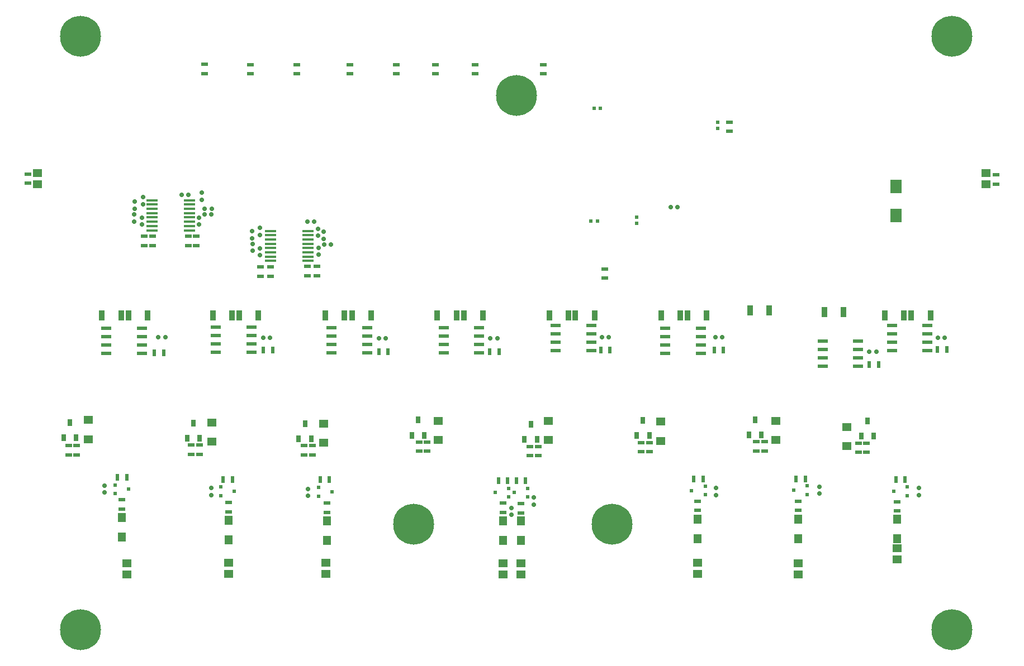
<source format=gbr>
%TF.GenerationSoftware,Altium Limited,Altium Designer,23.11.1 (41)*%
G04 Layer_Color=128*
%FSLAX45Y45*%
%MOMM*%
%TF.SameCoordinates,42F4153E-1698-40C0-8701-72EE62771F10*%
%TF.FilePolarity,Positive*%
%TF.FileFunction,Paste,Bot*%
%TF.Part,Single*%
G01*
G75*
%TA.AperFunction,SMDPad,CuDef*%
%ADD12R,0.60000X1.00000*%
%ADD14R,0.58000X0.55000*%
%ADD17R,1.00000X0.60000*%
G04:AMPARAMS|DCode=24|XSize=0.63mm|YSize=0.61mm|CornerRadius=0.14945mm|HoleSize=0mm|Usage=FLASHONLY|Rotation=0.000|XOffset=0mm|YOffset=0mm|HoleType=Round|Shape=RoundedRectangle|*
%AMROUNDEDRECTD24*
21,1,0.63000,0.31110,0,0,0.0*
21,1,0.33110,0.61000,0,0,0.0*
1,1,0.29890,0.16555,-0.15555*
1,1,0.29890,-0.16555,-0.15555*
1,1,0.29890,-0.16555,0.15555*
1,1,0.29890,0.16555,0.15555*
%
%ADD24ROUNDEDRECTD24*%
%ADD28R,0.55000X0.58000*%
G04:AMPARAMS|DCode=29|XSize=0.63mm|YSize=0.61mm|CornerRadius=0.14945mm|HoleSize=0mm|Usage=FLASHONLY|Rotation=270.000|XOffset=0mm|YOffset=0mm|HoleType=Round|Shape=RoundedRectangle|*
%AMROUNDEDRECTD29*
21,1,0.63000,0.31110,0,0,270.0*
21,1,0.33110,0.61000,0,0,270.0*
1,1,0.29890,-0.15555,-0.16555*
1,1,0.29890,-0.15555,0.16555*
1,1,0.29890,0.15555,0.16555*
1,1,0.29890,0.15555,-0.16555*
%
%ADD29ROUNDEDRECTD29*%
%ADD30R,0.58000X0.50000*%
%ADD45R,0.90000X1.60000*%
%TA.AperFunction,ComponentPad*%
%ADD73C,6.20000*%
%TA.AperFunction,SMDPad,CuDef*%
%ADD88R,1.80000X2.10000*%
%ADD92R,1.40000X1.20000*%
%ADD93R,1.65543X0.38077*%
%ADD94R,1.60000X0.61000*%
%ADD95R,1.40000X1.30000*%
%ADD96R,0.80000X1.00000*%
%ADD97R,1.20000X1.35000*%
D12*
X15020000Y4750000D02*
D03*
X14880000D02*
D03*
X13989999Y4520000D02*
D03*
X13850000D02*
D03*
X11640000Y4740000D02*
D03*
X11500000D02*
D03*
X9920000D02*
D03*
X9780000D02*
D03*
X6560000Y4720000D02*
D03*
X6420000D02*
D03*
X4810000Y4740000D02*
D03*
X4670000D02*
D03*
X3160000Y4700000D02*
D03*
X3020000D02*
D03*
X14250000Y2780000D02*
D03*
X14389999D02*
D03*
X12740000Y2790000D02*
D03*
X12880000D02*
D03*
X11190000D02*
D03*
X11330000D02*
D03*
X8500000Y2760000D02*
D03*
X8640000D02*
D03*
X8230000D02*
D03*
X8370000D02*
D03*
X8240000Y4720000D02*
D03*
X8100000D02*
D03*
X5670000Y2780000D02*
D03*
X5530000D02*
D03*
X2600000Y2810000D02*
D03*
X2460000D02*
D03*
X4200000Y2780000D02*
D03*
X4060000D02*
D03*
D14*
X11550000Y8197500D02*
D03*
Y8102500D02*
D03*
X10325000Y6662500D02*
D03*
Y6757500D02*
D03*
D17*
X3780000Y8935000D02*
D03*
Y9075000D02*
D03*
X4475000Y8930000D02*
D03*
Y9070000D02*
D03*
X5180022Y8930002D02*
D03*
Y9070002D02*
D03*
X5980022Y8930002D02*
D03*
Y9070002D02*
D03*
X6680023Y8930002D02*
D03*
Y9070002D02*
D03*
X7280023Y8930002D02*
D03*
Y9070002D02*
D03*
X7880023Y8930002D02*
D03*
Y9070002D02*
D03*
X8910023Y8930002D02*
D03*
Y9070002D02*
D03*
X15770000Y7260000D02*
D03*
Y7400000D02*
D03*
X11730000Y8060000D02*
D03*
Y8200000D02*
D03*
X1100000Y7270000D02*
D03*
Y7410000D02*
D03*
X3535000Y6325001D02*
D03*
Y6465001D02*
D03*
X3655000Y6325001D02*
D03*
Y6465001D02*
D03*
X2865000Y6465000D02*
D03*
Y6325000D02*
D03*
X4780000Y5860000D02*
D03*
Y6000000D02*
D03*
X4630000D02*
D03*
Y5860000D02*
D03*
X5480000Y5870000D02*
D03*
Y6010000D02*
D03*
X5340000Y5870000D02*
D03*
Y6010000D02*
D03*
X9839999Y5970000D02*
D03*
Y5830000D02*
D03*
X13805000Y3190000D02*
D03*
Y3330000D02*
D03*
X13685001Y3190000D02*
D03*
Y3330000D02*
D03*
X14270000Y2300000D02*
D03*
Y2440000D02*
D03*
X12770000Y2310000D02*
D03*
Y2450000D02*
D03*
X12140000Y3210000D02*
D03*
Y3350000D02*
D03*
X12260000Y3210000D02*
D03*
Y3350000D02*
D03*
X11250000Y2310000D02*
D03*
Y2450000D02*
D03*
X10520000Y3200000D02*
D03*
Y3340000D02*
D03*
X10390000Y3200000D02*
D03*
Y3340000D02*
D03*
X8830000Y3140000D02*
D03*
Y3280000D02*
D03*
X8710000Y3140000D02*
D03*
Y3280000D02*
D03*
X8570000Y2270000D02*
D03*
Y2410000D02*
D03*
X8300000Y2280000D02*
D03*
Y2420000D02*
D03*
X7152500Y3205000D02*
D03*
Y3345000D02*
D03*
X7032500Y3205000D02*
D03*
Y3345000D02*
D03*
X5410000Y3150000D02*
D03*
Y3290000D02*
D03*
X5290000Y3150000D02*
D03*
Y3290000D02*
D03*
X5630000Y2280000D02*
D03*
Y2420000D02*
D03*
X3700000Y3160000D02*
D03*
Y3300000D02*
D03*
X3580000Y3160000D02*
D03*
Y3300000D02*
D03*
X1720000Y3150000D02*
D03*
Y3290000D02*
D03*
X1840000Y3150000D02*
D03*
Y3290000D02*
D03*
X4140000Y2290000D02*
D03*
Y2430000D02*
D03*
X2995000Y6325001D02*
D03*
Y6465001D02*
D03*
X2530000Y2470000D02*
D03*
Y2330000D02*
D03*
D24*
X3777500Y6795000D02*
D03*
X3882500D02*
D03*
X3782500Y6880000D02*
D03*
X3887500D02*
D03*
X3537500Y7095000D02*
D03*
X3432500D02*
D03*
X5442500Y6690000D02*
D03*
X5337500D02*
D03*
X5692500Y6345000D02*
D03*
X5587500D02*
D03*
X10837500Y6910000D02*
D03*
X10942500D02*
D03*
X13952499Y4720000D02*
D03*
X13847501D02*
D03*
X11622500Y4940000D02*
D03*
X11517500D02*
D03*
X9902500D02*
D03*
X9797500D02*
D03*
X6522500Y4920000D02*
D03*
X6417500D02*
D03*
X4772500Y4930000D02*
D03*
X4667500D02*
D03*
X3185000Y4940000D02*
D03*
X3080000D02*
D03*
X8212500Y4920000D02*
D03*
X8107500D02*
D03*
X14887500Y4930000D02*
D03*
X14992500D02*
D03*
D28*
X9777500Y8410000D02*
D03*
X9682500D02*
D03*
X9632500Y6700000D02*
D03*
X9727500D02*
D03*
D29*
X3695000Y6747500D02*
D03*
Y6642500D02*
D03*
X3740000Y7022500D02*
D03*
Y7127500D02*
D03*
X2845000Y6952500D02*
D03*
Y7057500D02*
D03*
X2720000Y6887500D02*
D03*
Y6992500D02*
D03*
X2715000Y6797500D02*
D03*
Y6692500D02*
D03*
X2835000Y6747500D02*
D03*
Y6642500D02*
D03*
X5500000Y6582501D02*
D03*
Y6477500D02*
D03*
X5580000Y6532501D02*
D03*
Y6427500D02*
D03*
X5510000Y6292500D02*
D03*
Y6187500D02*
D03*
X4620000Y6592501D02*
D03*
Y6487500D02*
D03*
X4500000Y6542500D02*
D03*
Y6437500D02*
D03*
X4505000Y6247500D02*
D03*
Y6352500D02*
D03*
X4620000Y6177500D02*
D03*
Y6282500D02*
D03*
X14600000Y2647500D02*
D03*
Y2542500D02*
D03*
X13095000Y2667500D02*
D03*
Y2562500D02*
D03*
X11525000Y2647500D02*
D03*
Y2542500D02*
D03*
X8770000Y2397500D02*
D03*
Y2502500D02*
D03*
X8430000Y2239999D02*
D03*
Y2345000D02*
D03*
X5346982Y2527593D02*
D03*
Y2632594D02*
D03*
X2265000Y2582500D02*
D03*
Y2687500D02*
D03*
X3885000Y2542500D02*
D03*
Y2647500D02*
D03*
D30*
X14217999Y2600000D02*
D03*
X14422000Y2535000D02*
D03*
Y2665000D02*
D03*
X12706000Y2615000D02*
D03*
X12910001Y2550000D02*
D03*
Y2680000D02*
D03*
X11158000Y2610000D02*
D03*
X11362000Y2545000D02*
D03*
Y2675000D02*
D03*
X8468000Y2580000D02*
D03*
X8672000Y2515000D02*
D03*
Y2645000D02*
D03*
X8178000Y2580000D02*
D03*
X8382000Y2515000D02*
D03*
Y2645000D02*
D03*
X5710000Y2590000D02*
D03*
X5506000Y2655000D02*
D03*
Y2525000D02*
D03*
X2632000Y2630000D02*
D03*
X2428000Y2695000D02*
D03*
Y2565000D02*
D03*
X4232000Y2600000D02*
D03*
X4028000Y2665000D02*
D03*
Y2535000D02*
D03*
D45*
X14085001Y5270000D02*
D03*
X14375000D02*
D03*
X14774998D02*
D03*
X14485001D02*
D03*
X13455000Y5320000D02*
D03*
X13164999D02*
D03*
X12045001Y5340000D02*
D03*
X12335000D02*
D03*
X10985000Y5270000D02*
D03*
X10695000D02*
D03*
X11095000D02*
D03*
X11385000D02*
D03*
X9295000D02*
D03*
X9005001D02*
D03*
X9395000D02*
D03*
X9684999D02*
D03*
X7705000D02*
D03*
X7994999D02*
D03*
X7595000D02*
D03*
X7305000D02*
D03*
X5895000D02*
D03*
X5605000D02*
D03*
X6015000D02*
D03*
X6305000D02*
D03*
X4195000D02*
D03*
X3905001D02*
D03*
X4305000D02*
D03*
X4594999D02*
D03*
X2515000D02*
D03*
X2225001D02*
D03*
X2625000D02*
D03*
X2915000D02*
D03*
D73*
X9950000Y2100000D02*
D03*
X6950000D02*
D03*
X1900000Y500000D02*
D03*
X8500000Y8600000D02*
D03*
X15100000Y500000D02*
D03*
X1900000Y9500000D02*
D03*
X15100000D02*
D03*
D88*
X14250000Y7220000D02*
D03*
Y6780000D02*
D03*
D92*
X15620000Y7425000D02*
D03*
Y7255000D02*
D03*
X1250000Y7425000D02*
D03*
Y7255000D02*
D03*
X2600000Y1335000D02*
D03*
Y1505000D02*
D03*
X4140000Y1345000D02*
D03*
Y1515000D02*
D03*
X5620000Y1345000D02*
D03*
Y1515000D02*
D03*
X8570000Y1335000D02*
D03*
Y1505000D02*
D03*
X8300000Y1335000D02*
D03*
Y1505000D02*
D03*
X11250000Y1345000D02*
D03*
Y1515000D02*
D03*
X12770000Y1335000D02*
D03*
Y1505000D02*
D03*
X14270000Y1565000D02*
D03*
Y1735000D02*
D03*
D93*
X2982462Y6557501D02*
D03*
Y6622501D02*
D03*
Y6687501D02*
D03*
Y6752501D02*
D03*
Y6817501D02*
D03*
Y6882501D02*
D03*
Y6947501D02*
D03*
Y7012501D02*
D03*
X3547538D02*
D03*
Y6947501D02*
D03*
Y6882501D02*
D03*
Y6817501D02*
D03*
Y6752501D02*
D03*
Y6687501D02*
D03*
Y6622501D02*
D03*
Y6557501D02*
D03*
X4777462Y6092500D02*
D03*
Y6157500D02*
D03*
Y6222500D02*
D03*
Y6287500D02*
D03*
Y6352500D02*
D03*
Y6417500D02*
D03*
Y6482500D02*
D03*
Y6547500D02*
D03*
X5342539D02*
D03*
Y6482500D02*
D03*
Y6417500D02*
D03*
Y6352500D02*
D03*
Y6287500D02*
D03*
Y6222500D02*
D03*
Y6157500D02*
D03*
Y6092500D02*
D03*
D94*
X13680000Y4880500D02*
D03*
Y4753500D02*
D03*
Y4626500D02*
D03*
Y4499500D02*
D03*
X13139999Y4880500D02*
D03*
Y4753500D02*
D03*
Y4626500D02*
D03*
Y4499500D02*
D03*
X14730000Y5110500D02*
D03*
Y4983500D02*
D03*
Y4856500D02*
D03*
Y4729500D02*
D03*
X14189999Y5110500D02*
D03*
Y4983500D02*
D03*
Y4856500D02*
D03*
Y4729500D02*
D03*
X11300000Y5070500D02*
D03*
Y4943500D02*
D03*
Y4816500D02*
D03*
Y4689500D02*
D03*
X10760000Y5070500D02*
D03*
Y4943500D02*
D03*
Y4816500D02*
D03*
Y4689500D02*
D03*
X9640000Y5110500D02*
D03*
Y4983500D02*
D03*
Y4856500D02*
D03*
Y4729500D02*
D03*
X9100000Y5110500D02*
D03*
Y4983500D02*
D03*
Y4856500D02*
D03*
Y4729500D02*
D03*
X6240000Y5080500D02*
D03*
Y4953500D02*
D03*
Y4826500D02*
D03*
Y4699500D02*
D03*
X5700000Y5080500D02*
D03*
Y4953500D02*
D03*
Y4826500D02*
D03*
Y4699500D02*
D03*
X4490000Y5090500D02*
D03*
Y4963500D02*
D03*
Y4836500D02*
D03*
Y4709500D02*
D03*
X3950000Y5090500D02*
D03*
Y4963500D02*
D03*
Y4836500D02*
D03*
Y4709500D02*
D03*
X2830000Y5070500D02*
D03*
Y4943500D02*
D03*
Y4816500D02*
D03*
Y4689500D02*
D03*
X2290000Y5070500D02*
D03*
Y4943500D02*
D03*
Y4816500D02*
D03*
Y4689500D02*
D03*
X7940000Y5080500D02*
D03*
Y4953500D02*
D03*
Y4826500D02*
D03*
Y4699500D02*
D03*
X7400000Y5080500D02*
D03*
Y4953500D02*
D03*
Y4826500D02*
D03*
Y4699500D02*
D03*
D95*
X13510001Y3575000D02*
D03*
Y3285000D02*
D03*
X12430000Y3665000D02*
D03*
Y3375000D02*
D03*
X5580000Y3625000D02*
D03*
Y3335000D02*
D03*
X3890000Y3645000D02*
D03*
Y3355000D02*
D03*
X2020000Y3680000D02*
D03*
Y3390000D02*
D03*
X7322501Y3380000D02*
D03*
Y3670000D02*
D03*
X10690000Y3365000D02*
D03*
Y3655000D02*
D03*
X8990000Y3375000D02*
D03*
Y3665000D02*
D03*
D96*
X13820000Y3665000D02*
D03*
X13725000Y3435000D02*
D03*
X13914999D02*
D03*
X12120000Y3685000D02*
D03*
X12025000Y3455000D02*
D03*
X12215000D02*
D03*
X10420000Y3675000D02*
D03*
X10325000Y3445000D02*
D03*
X10515000D02*
D03*
X8720000Y3615000D02*
D03*
X8625000Y3385000D02*
D03*
X8815000D02*
D03*
X7015000Y3680000D02*
D03*
X6920000Y3450000D02*
D03*
X7110000D02*
D03*
X5300000Y3625000D02*
D03*
X5205000Y3395000D02*
D03*
X5395000D02*
D03*
X3610000Y3635000D02*
D03*
X3515000Y3405000D02*
D03*
X3705000D02*
D03*
X1740000Y3645000D02*
D03*
X1645000Y3415000D02*
D03*
X1835000D02*
D03*
D97*
X14270000Y1882500D02*
D03*
Y2177500D02*
D03*
X12770000Y1882500D02*
D03*
Y2177500D02*
D03*
X11250000Y1882500D02*
D03*
Y2177500D02*
D03*
X8570000Y1852500D02*
D03*
Y2147500D02*
D03*
X8300020Y1852504D02*
D03*
Y2147504D02*
D03*
X2530000Y1902500D02*
D03*
Y2197500D02*
D03*
X5630000Y1852500D02*
D03*
Y2147500D02*
D03*
X4140000Y1862500D02*
D03*
Y2157500D02*
D03*
%TF.MD5,440df730cbc653461af33394c22b7b11*%
M02*

</source>
